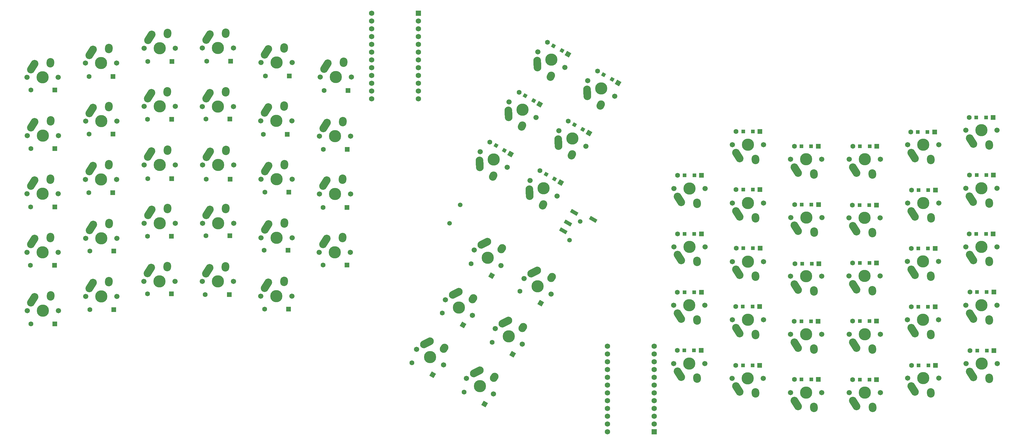
<source format=gts>
%TF.GenerationSoftware,KiCad,Pcbnew,7.0.1*%
%TF.CreationDate,2023-09-24T18:49:58+08:00*%
%TF.ProjectId,split70kb,73706c69-7437-4306-9b62-2e6b69636164,rev?*%
%TF.SameCoordinates,Original*%
%TF.FileFunction,Soldermask,Top*%
%TF.FilePolarity,Negative*%
%FSLAX46Y46*%
G04 Gerber Fmt 4.6, Leading zero omitted, Abs format (unit mm)*
G04 Created by KiCad (PCBNEW 7.0.1) date 2023-09-24 18:49:58*
%MOMM*%
%LPD*%
G01*
G04 APERTURE LIST*
G04 Aperture macros list*
%AMHorizOval*
0 Thick line with rounded ends*
0 $1 width*
0 $2 $3 position (X,Y) of the first rounded end (center of the circle)*
0 $4 $5 position (X,Y) of the second rounded end (center of the circle)*
0 Add line between two ends*
20,1,$1,$2,$3,$4,$5,0*
0 Add two circle primitives to create the rounded ends*
1,1,$1,$2,$3*
1,1,$1,$4,$5*%
%AMRotRect*
0 Rectangle, with rotation*
0 The origin of the aperture is its center*
0 $1 length*
0 $2 width*
0 $3 Rotation angle, in degrees counterclockwise*
0 Add horizontal line*
21,1,$1,$2,0,0,$3*%
G04 Aperture macros list end*
%ADD10R,1.600000X1.600000*%
%ADD11R,1.200000X1.200000*%
%ADD12C,1.600000*%
%ADD13C,1.701800*%
%ADD14C,3.987800*%
%ADD15HorizOval,2.500000X-0.604462X-0.948815X0.604462X0.948815X0*%
%ADD16HorizOval,2.500000X-0.019724X-0.289328X0.019724X0.289328X0*%
%ADD17RotRect,1.600000X1.600000X150.000000*%
%ADD18RotRect,1.200000X1.200000X150.000000*%
%ADD19HorizOval,2.500000X-0.997887X-0.519467X0.997887X0.519467X0*%
%ADD20HorizOval,2.500000X-0.161746X-0.240704X0.161746X0.240704X0*%
%ADD21C,1.500000*%
%ADD22RotRect,1.200000X2.500000X60.000000*%
%ADD23R,1.752600X1.752600*%
%ADD24C,1.752600*%
%ADD25HorizOval,2.500000X-0.604462X0.948815X0.604462X-0.948815X0*%
%ADD26HorizOval,2.500000X-0.019724X0.289328X0.019724X-0.289328X0*%
%ADD27HorizOval,2.500000X-0.049072X1.123929X0.049072X-1.123929X0*%
%ADD28HorizOval,2.500000X-0.127582X-0.260428X0.127582X0.260428X0*%
G04 APERTURE END LIST*
D10*
%TO.C,D50*%
X304945500Y-66588800D03*
D11*
X302620500Y-66588800D03*
X299470500Y-66588800D03*
D12*
X297145500Y-66588800D03*
%TD*%
D13*
%TO.C,K10*%
X47021600Y-115547400D03*
D14*
X52101600Y-115547400D03*
D13*
X57181600Y-115547400D03*
D15*
X48846600Y-112027400D03*
D16*
X54621600Y-110757400D03*
%TD*%
D13*
%TO.C,K12*%
X66070800Y-53551000D03*
D14*
X71150800Y-53551000D03*
D13*
X76230800Y-53551000D03*
D15*
X67895800Y-50031000D03*
D16*
X73670800Y-48761000D03*
%TD*%
D13*
%TO.C,K6*%
X46995100Y-39416100D03*
D14*
X52075100Y-39416100D03*
D13*
X57155100Y-39416100D03*
D15*
X48820100Y-35896100D03*
D16*
X54595100Y-34626100D03*
%TD*%
D13*
%TO.C,K22*%
X104148300Y-58268300D03*
D14*
X109228300Y-58268300D03*
D13*
X114308300Y-58268300D03*
D15*
X105973300Y-54748300D03*
D16*
X111748300Y-53478300D03*
%TD*%
D10*
%TO.C,D51*%
X285903400Y-142693500D03*
D11*
X283578400Y-142693500D03*
X280428400Y-142693500D03*
D12*
X278103400Y-142693500D03*
%TD*%
D17*
%TO.C,D66*%
X211115099Y-62235000D03*
D18*
X209101590Y-61072500D03*
X206373610Y-59497500D03*
D12*
X204360101Y-58335000D03*
%TD*%
D10*
%TO.C,D40*%
X342868400Y-57176400D03*
D11*
X340543400Y-57176400D03*
X337393400Y-57176400D03*
D12*
X335068400Y-57176400D03*
%TD*%
D10*
%TO.C,D56*%
X266788200Y-138079400D03*
D11*
X264463200Y-138079400D03*
X261313200Y-138079400D03*
D12*
X258988200Y-138079400D03*
%TD*%
D13*
%TO.C,K1*%
X27923900Y-44068900D03*
D14*
X33003900Y-44068900D03*
D13*
X38083900Y-44068900D03*
D15*
X29748900Y-40548900D03*
D16*
X35523900Y-39278900D03*
%TD*%
D10*
%TO.C,D53*%
X286094000Y-104891600D03*
D11*
X283769000Y-104891600D03*
X280619000Y-104891600D03*
D12*
X278294000Y-104891600D03*
%TD*%
D13*
%TO.C,K9*%
X47068300Y-96593200D03*
D14*
X52148300Y-96593200D03*
D13*
X57228300Y-96593200D03*
D15*
X48893300Y-93073200D03*
D16*
X54668300Y-91803200D03*
%TD*%
D13*
%TO.C,K32*%
X173670491Y-100398900D03*
D14*
X178069900Y-102938900D03*
D13*
X182469309Y-105478900D03*
D19*
X177010987Y-98262991D03*
D20*
X182647284Y-100050638D03*
%TD*%
D10*
%TO.C,D60*%
X266880100Y-61741700D03*
D11*
X264555100Y-61741700D03*
X261405100Y-61741700D03*
D12*
X259080100Y-61741700D03*
%TD*%
D13*
%TO.C,K14*%
X66112600Y-91695100D03*
D14*
X71192600Y-91695100D03*
D13*
X76272600Y-91695100D03*
D15*
X67937600Y-88175100D03*
D16*
X73712600Y-86905100D03*
%TD*%
D13*
%TO.C,K34*%
X180555491Y-126087900D03*
D14*
X184954900Y-128627900D03*
D13*
X189354309Y-131167900D03*
D19*
X183895987Y-123951991D03*
D20*
X189532284Y-125739638D03*
%TD*%
D10*
%TO.C,D48*%
X304872000Y-142748000D03*
D11*
X302547000Y-142748000D03*
X299397000Y-142748000D03*
D12*
X297072000Y-142748000D03*
%TD*%
D17*
%TO.C,D69*%
X195072999Y-52833900D03*
D18*
X193059490Y-51671400D03*
X190331510Y-50096400D03*
D12*
X188318001Y-48933900D03*
%TD*%
D10*
%TO.C,D55*%
X285874500Y-66594300D03*
D11*
X283549500Y-66594300D03*
X280399500Y-66594300D03*
D12*
X278074500Y-66594300D03*
%TD*%
D10*
%TO.C,D45*%
X323811700Y-61908000D03*
D11*
X321486700Y-61908000D03*
X318336700Y-61908000D03*
D12*
X316011700Y-61908000D03*
%TD*%
D13*
%TO.C,K8*%
X46984600Y-77378000D03*
D14*
X52064600Y-77378000D03*
D13*
X57144600Y-77378000D03*
D15*
X48809600Y-73858000D03*
D16*
X54584600Y-72588000D03*
%TD*%
D10*
%TO.C,D42*%
X323972300Y-118957400D03*
D11*
X321647300Y-118957400D03*
X318497300Y-118957400D03*
D12*
X316172300Y-118957400D03*
%TD*%
D17*
%TO.C,D68*%
X185583699Y-69087500D03*
D18*
X183570190Y-67925000D03*
X180842210Y-66350000D03*
D12*
X178828701Y-65187500D03*
%TD*%
D13*
%TO.C,K18*%
X85151600Y-72680000D03*
D14*
X90231600Y-72680000D03*
D13*
X95311600Y-72680000D03*
D15*
X86976600Y-69160000D03*
D16*
X92751600Y-67890000D03*
%TD*%
D10*
%TO.C,D39*%
X342980500Y-75994000D03*
D11*
X340655500Y-75994000D03*
X337505500Y-75994000D03*
D12*
X335180500Y-75994000D03*
%TD*%
D17*
%TO.C,D70*%
X204304599Y-36500100D03*
D18*
X202291090Y-35337600D03*
X199563110Y-33762600D03*
D12*
X197549601Y-32600100D03*
%TD*%
D13*
%TO.C,K15*%
X66001600Y-110680000D03*
D14*
X71081600Y-110680000D03*
D13*
X76161600Y-110680000D03*
D15*
X67826600Y-107160000D03*
D16*
X73601600Y-105890000D03*
%TD*%
D10*
%TO.C,D37*%
X343109300Y-114179400D03*
D11*
X340784300Y-114179400D03*
X337634300Y-114179400D03*
D12*
X335309300Y-114179400D03*
%TD*%
D10*
%TO.C,D58*%
X266903400Y-99848300D03*
D11*
X264578400Y-99848300D03*
X261428400Y-99848300D03*
D12*
X259103400Y-99848300D03*
%TD*%
D10*
%TO.C,D52*%
X285840000Y-123698000D03*
D11*
X283515000Y-123698000D03*
X280365000Y-123698000D03*
D12*
X278040000Y-123698000D03*
%TD*%
D13*
%TO.C,K2*%
X27974900Y-63079900D03*
D14*
X33054900Y-63079900D03*
D13*
X38134900Y-63079900D03*
D15*
X29799900Y-59559900D03*
D16*
X35574900Y-58289900D03*
%TD*%
D13*
%TO.C,K23*%
X104201600Y-77330000D03*
D14*
X109281600Y-77330000D03*
D13*
X114361600Y-77330000D03*
D15*
X106026600Y-73810000D03*
D16*
X111801600Y-72540000D03*
%TD*%
D10*
%TO.C,D36*%
X343141300Y-133254900D03*
D11*
X340816300Y-133254900D03*
X337666300Y-133254900D03*
D12*
X335341300Y-133254900D03*
%TD*%
D10*
%TO.C,D41*%
X324082600Y-138123600D03*
D11*
X321757600Y-138123600D03*
X318607600Y-138123600D03*
D12*
X316282600Y-138123600D03*
%TD*%
D10*
%TO.C,D49*%
X304817600Y-85755200D03*
D11*
X302492600Y-85755200D03*
X299342600Y-85755200D03*
D12*
X297017600Y-85755200D03*
%TD*%
D13*
%TO.C,K17*%
X85101600Y-53580000D03*
D14*
X90181600Y-53580000D03*
D13*
X95261600Y-53580000D03*
D15*
X86926600Y-50060000D03*
D16*
X92701600Y-48790000D03*
%TD*%
D13*
%TO.C,K5*%
X27973800Y-120218900D03*
D14*
X33053800Y-120218900D03*
D13*
X38133800Y-120218900D03*
D15*
X29798800Y-116698900D03*
D16*
X35573800Y-115428900D03*
%TD*%
D10*
%TO.C,D59*%
X266879400Y-80720000D03*
D11*
X264554400Y-80720000D03*
X261404400Y-80720000D03*
D12*
X259079400Y-80720000D03*
%TD*%
D13*
%TO.C,K4*%
X27907000Y-101194500D03*
D14*
X32987000Y-101194500D03*
D13*
X38067000Y-101194500D03*
D15*
X29732000Y-97674500D03*
D16*
X35507000Y-96404500D03*
%TD*%
D10*
%TO.C,D61*%
X247692600Y-133197100D03*
D11*
X245367600Y-133197100D03*
X242217600Y-133197100D03*
D12*
X239892600Y-133197100D03*
%TD*%
D13*
%TO.C,K13*%
X66090400Y-72659900D03*
D14*
X71170400Y-72659900D03*
D13*
X76250400Y-72659900D03*
D15*
X67915400Y-69139900D03*
D16*
X73690400Y-67869900D03*
%TD*%
D13*
%TO.C,K30*%
X154924791Y-132897100D03*
D14*
X159324200Y-135437100D03*
D13*
X163723609Y-137977100D03*
D19*
X158265287Y-130761191D03*
D20*
X163901584Y-132548838D03*
%TD*%
D13*
%TO.C,K29*%
X123201600Y-101161700D03*
D14*
X128281600Y-101161700D03*
D13*
X133361600Y-101161700D03*
D15*
X125026600Y-97641700D03*
D16*
X130801600Y-96371700D03*
%TD*%
D10*
%TO.C,D47*%
X304892700Y-123653400D03*
D11*
X302567700Y-123653400D03*
X299417700Y-123653400D03*
D12*
X297092700Y-123653400D03*
%TD*%
D10*
%TO.C,D64*%
X247799600Y-76072600D03*
D11*
X245474600Y-76072600D03*
X242324600Y-76072600D03*
D12*
X239999600Y-76072600D03*
%TD*%
D17*
%TO.C,D67*%
X201923799Y-78434400D03*
D18*
X199910290Y-77271900D03*
X197182310Y-75696900D03*
D12*
X195168801Y-74534400D03*
%TD*%
D13*
%TO.C,K16*%
X85076600Y-34480000D03*
D14*
X90156600Y-34480000D03*
D13*
X95236600Y-34480000D03*
D15*
X86901600Y-30960000D03*
D16*
X92676600Y-29690000D03*
%TD*%
D17*
%TO.C,D65*%
X220641099Y-45921500D03*
D18*
X218627590Y-44759000D03*
X215899610Y-43184000D03*
D12*
X213886101Y-42021500D03*
%TD*%
D13*
%TO.C,K33*%
X189930091Y-109766400D03*
D14*
X194329500Y-112306400D03*
D13*
X198728909Y-114846400D03*
D19*
X193270587Y-107630491D03*
D20*
X198906884Y-109418138D03*
%TD*%
D10*
%TO.C,D57*%
X266764200Y-118902700D03*
D11*
X264439200Y-118902700D03*
X261289200Y-118902700D03*
D12*
X258964200Y-118902700D03*
%TD*%
D13*
%TO.C,K21*%
X104166200Y-39235400D03*
D14*
X109246200Y-39235400D03*
D13*
X114326200Y-39235400D03*
D15*
X105991200Y-35715400D03*
D16*
X111766200Y-34445400D03*
%TD*%
D21*
%TO.C,J1*%
X204779500Y-97217471D03*
X208279500Y-91155293D03*
D22*
X204264917Y-91608754D03*
X202764917Y-94206831D03*
X212444083Y-90442025D03*
X206264917Y-88144653D03*
%TD*%
D10*
%TO.C,D63*%
X247769800Y-95157200D03*
D11*
X245444800Y-95157200D03*
X242294800Y-95157200D03*
D12*
X239969800Y-95157200D03*
%TD*%
D13*
%TO.C,K31*%
X164346891Y-116669300D03*
D14*
X168746300Y-119209300D03*
D13*
X173145709Y-121749300D03*
D19*
X167687387Y-114533391D03*
D20*
X173323684Y-116321038D03*
%TD*%
D10*
%TO.C,D54*%
X285969700Y-85612900D03*
D11*
X283644700Y-85612900D03*
X280494700Y-85612900D03*
D12*
X278169700Y-85612900D03*
%TD*%
D13*
%TO.C,K25*%
X104143300Y-115502500D03*
D14*
X109223300Y-115502500D03*
D13*
X114303300Y-115502500D03*
D15*
X105968300Y-111982500D03*
D16*
X111743300Y-110712500D03*
%TD*%
D23*
%TO.C,U1*%
X232410000Y-159766000D03*
D24*
X232410000Y-157226000D03*
X232410000Y-154686000D03*
X232410000Y-152146000D03*
X232410000Y-149606000D03*
X232410000Y-147066000D03*
X232410000Y-144526000D03*
X232410000Y-141986000D03*
X232410000Y-139446000D03*
X232410000Y-136906000D03*
X232410000Y-134366000D03*
X232410000Y-131826000D03*
X217170000Y-159766000D03*
X217170000Y-157226000D03*
X217170000Y-154686000D03*
X217170000Y-152146000D03*
X217170000Y-149606000D03*
X217170000Y-147066000D03*
X217170000Y-144526000D03*
X217170000Y-141986000D03*
X217170000Y-139446000D03*
X217170000Y-136906000D03*
X217170000Y-134366000D03*
X217170000Y-131826000D03*
%TD*%
D10*
%TO.C,D43*%
X323979400Y-99909800D03*
D11*
X321654400Y-99909800D03*
X318504400Y-99909800D03*
D12*
X316179400Y-99909800D03*
%TD*%
D13*
%TO.C,K3*%
X27951600Y-82080000D03*
D14*
X33031600Y-82080000D03*
D13*
X38111600Y-82080000D03*
D15*
X29776600Y-78560000D03*
D16*
X35551600Y-77290000D03*
%TD*%
D13*
%TO.C,K26*%
X123501600Y-43949000D03*
D14*
X128581600Y-43949000D03*
D13*
X133661600Y-43949000D03*
D15*
X125326600Y-40429000D03*
D16*
X131101600Y-39159000D03*
%TD*%
D13*
%TO.C,K24*%
X104194600Y-96413000D03*
D14*
X109274600Y-96413000D03*
D13*
X114354600Y-96413000D03*
D15*
X106019600Y-92893000D03*
D16*
X111794600Y-91623000D03*
%TD*%
D13*
%TO.C,K19*%
X85108600Y-91681800D03*
D14*
X90188600Y-91681800D03*
D13*
X95268600Y-91681800D03*
D15*
X86933600Y-88161800D03*
D16*
X92708600Y-86891800D03*
%TD*%
D10*
%TO.C,D38*%
X342884200Y-95198000D03*
D11*
X340559200Y-95198000D03*
X337409200Y-95198000D03*
D12*
X335084200Y-95198000D03*
%TD*%
D10*
%TO.C,D44*%
X324057000Y-80866100D03*
D11*
X321732000Y-80866100D03*
X318582000Y-80866100D03*
D12*
X316257000Y-80866100D03*
%TD*%
D13*
%TO.C,K27*%
X123266800Y-63275100D03*
D14*
X128346800Y-63275100D03*
D13*
X133426800Y-63275100D03*
D15*
X125091800Y-59755100D03*
D16*
X130866800Y-58485100D03*
%TD*%
D10*
%TO.C,D46*%
X304885400Y-104657300D03*
D11*
X302560400Y-104657300D03*
X299410400Y-104657300D03*
D12*
X297085400Y-104657300D03*
%TD*%
D13*
%TO.C,K35*%
X171207591Y-142347900D03*
D14*
X175607000Y-144887900D03*
D13*
X180006409Y-147427900D03*
D19*
X174548087Y-140211991D03*
D20*
X180184384Y-141999638D03*
%TD*%
D13*
%TO.C,K20*%
X85030800Y-110693500D03*
D14*
X90110800Y-110693500D03*
D13*
X95190800Y-110693500D03*
D15*
X86855800Y-107173500D03*
D16*
X92630800Y-105903500D03*
%TD*%
D10*
%TO.C,D62*%
X247754900Y-114228200D03*
D11*
X245429900Y-114228200D03*
X242279900Y-114228200D03*
D12*
X239954900Y-114228200D03*
%TD*%
D13*
%TO.C,K7*%
X47006600Y-58385800D03*
D14*
X52086600Y-58385800D03*
D13*
X57166600Y-58385800D03*
D15*
X48831600Y-54865800D03*
D16*
X54606600Y-53595800D03*
%TD*%
D13*
%TO.C,K11*%
X66104400Y-34561700D03*
D14*
X71184400Y-34561700D03*
D13*
X76264400Y-34561700D03*
D15*
X67929400Y-31041700D03*
D16*
X73704400Y-29771700D03*
%TD*%
D13*
%TO.C,K28*%
X123215000Y-82130000D03*
D14*
X128295000Y-82130000D03*
D13*
X133375000Y-82130000D03*
D15*
X125040000Y-78610000D03*
D16*
X130815000Y-77340000D03*
%TD*%
D13*
%TO.C,K52*%
X276861800Y-127967000D03*
D14*
X281941800Y-127967000D03*
D13*
X287021800Y-127967000D03*
D25*
X278686800Y-131487000D03*
D26*
X284461800Y-132757000D03*
%TD*%
D13*
%TO.C,K64*%
X238776800Y-80399200D03*
D14*
X243856800Y-80399200D03*
D13*
X248936800Y-80399200D03*
D25*
X240601800Y-83919200D03*
D26*
X246376800Y-85189200D03*
%TD*%
D13*
%TO.C,K60*%
X257834800Y-66073600D03*
D14*
X262914800Y-66073600D03*
D13*
X267994800Y-66073600D03*
D25*
X259659800Y-69593600D03*
D26*
X265434800Y-70863600D03*
%TD*%
D13*
%TO.C,K42*%
X314972400Y-123238000D03*
D14*
X320052400Y-123238000D03*
D13*
X325132400Y-123238000D03*
D25*
X316797400Y-126758000D03*
D26*
X322572400Y-128028000D03*
%TD*%
D13*
%TO.C,K70*%
X194460791Y-35770400D03*
D14*
X198860200Y-38310400D03*
D13*
X203259609Y-40850400D03*
D27*
X194281287Y-39731309D03*
D28*
X198647584Y-43718662D03*
%TD*%
D13*
%TO.C,K46*%
X295947400Y-147021200D03*
D14*
X301027400Y-147021200D03*
D13*
X306107400Y-147021200D03*
D25*
X297772400Y-150541200D03*
D26*
X303547400Y-151811200D03*
%TD*%
D13*
%TO.C,K59*%
X257837400Y-85117500D03*
D14*
X262917400Y-85117500D03*
D13*
X267997400Y-85117500D03*
D25*
X259662400Y-88637500D03*
D26*
X265437400Y-89907500D03*
%TD*%
D10*
%TO.C,D10*%
X56175600Y-119865400D03*
D12*
X48375600Y-119865400D03*
%TD*%
D10*
%TO.C,D17*%
X94069500Y-57691300D03*
D12*
X86269500Y-57691300D03*
%TD*%
D10*
%TO.C,D19*%
X94061800Y-95785600D03*
D12*
X86261800Y-95785600D03*
%TD*%
D13*
%TO.C,K65*%
X210738591Y-45168400D03*
D14*
X215138000Y-47708400D03*
D13*
X219537409Y-50248400D03*
D27*
X210559087Y-49129309D03*
D28*
X214925384Y-53116662D03*
%TD*%
D13*
%TO.C,K47*%
X295940900Y-127950500D03*
D14*
X301020900Y-127950500D03*
D13*
X306100900Y-127950500D03*
D25*
X297765900Y-131470500D03*
D26*
X303540900Y-132740500D03*
%TD*%
D21*
%TO.C,J2*%
X169166100Y-85669529D03*
X165666100Y-91731707D03*
%TD*%
D10*
%TO.C,D4*%
X36853400Y-105394900D03*
D12*
X29053400Y-105394900D03*
%TD*%
D13*
%TO.C,K43*%
X314958400Y-104190200D03*
D14*
X320038400Y-104190200D03*
D13*
X325118400Y-104190200D03*
D25*
X316783400Y-107710200D03*
D26*
X322558400Y-108980200D03*
%TD*%
D10*
%TO.C,D29*%
X132220700Y-105304500D03*
D12*
X124420700Y-105304500D03*
%TD*%
D13*
%TO.C,K36*%
X334029900Y-137555600D03*
D14*
X339109900Y-137555600D03*
D13*
X344189900Y-137555600D03*
D25*
X335854900Y-141075600D03*
D26*
X341629900Y-142345600D03*
%TD*%
D13*
%TO.C,K69*%
X185062791Y-52048200D03*
D14*
X189462200Y-54588200D03*
D13*
X193861609Y-57128200D03*
D27*
X184883287Y-56009109D03*
D28*
X189249584Y-59996462D03*
%TD*%
D13*
%TO.C,K63*%
X238789000Y-99393400D03*
D14*
X243869000Y-99393400D03*
D13*
X248949000Y-99393400D03*
D25*
X240614000Y-102913400D03*
D26*
X246389000Y-104183400D03*
%TD*%
D10*
%TO.C,D28*%
X132213800Y-86586700D03*
D12*
X124413800Y-86586700D03*
%TD*%
D13*
%TO.C,K54*%
X276897000Y-89823500D03*
D14*
X281977000Y-89823500D03*
D13*
X287057000Y-89823500D03*
D25*
X278722000Y-93343500D03*
D26*
X284497000Y-94613500D03*
%TD*%
D10*
%TO.C,D2*%
X36960300Y-67299100D03*
D12*
X29160300Y-67299100D03*
%TD*%
D17*
%TO.C,D35*%
X177118799Y-150721000D03*
D12*
X170363801Y-146821000D03*
%TD*%
D23*
%TO.C,U2*%
X155497200Y-23166600D03*
D24*
X155497200Y-25706600D03*
X155497200Y-28246600D03*
X155497200Y-30786600D03*
X155497200Y-33326600D03*
X155497200Y-35866600D03*
X155497200Y-38406600D03*
X155497200Y-40946600D03*
X155497200Y-43486600D03*
X155497200Y-46026600D03*
X155497200Y-48566600D03*
X155497200Y-51106600D03*
X140257200Y-23166600D03*
X140257200Y-25706600D03*
X140257200Y-28246600D03*
X140257200Y-30786600D03*
X140257200Y-33326600D03*
X140257200Y-35866600D03*
X140257200Y-38406600D03*
X140257200Y-40946600D03*
X140257200Y-43486600D03*
X140257200Y-46026600D03*
X140257200Y-48566600D03*
X140257200Y-51106600D03*
%TD*%
D13*
%TO.C,K55*%
X276864300Y-70802300D03*
D14*
X281944300Y-70802300D03*
D13*
X287024300Y-70802300D03*
D25*
X278689300Y-74322300D03*
D26*
X284464300Y-75592300D03*
%TD*%
D13*
%TO.C,K56*%
X257822400Y-142321700D03*
D14*
X262902400Y-142321700D03*
D13*
X267982400Y-142321700D03*
D25*
X259647400Y-145841700D03*
D26*
X265422400Y-147111700D03*
%TD*%
D13*
%TO.C,K62*%
X238764800Y-118503100D03*
D14*
X243844800Y-118503100D03*
D13*
X248924800Y-118503100D03*
D25*
X240589800Y-122023100D03*
D26*
X246364800Y-123293100D03*
%TD*%
D13*
%TO.C,K45*%
X314988100Y-66072100D03*
D14*
X320068100Y-66072100D03*
D13*
X325148100Y-66072100D03*
D25*
X316813100Y-69592100D03*
D26*
X322588100Y-70862100D03*
%TD*%
D10*
%TO.C,D6*%
X55946100Y-43771700D03*
D12*
X48146100Y-43771700D03*
%TD*%
D13*
%TO.C,K67*%
X191942591Y-77724000D03*
D14*
X196342000Y-80264000D03*
D13*
X200741409Y-82804000D03*
D27*
X191763087Y-81684909D03*
D28*
X196129384Y-85672262D03*
%TD*%
D10*
%TO.C,D22*%
X112735900Y-62681300D03*
D12*
X104935900Y-62681300D03*
%TD*%
D13*
%TO.C,K41*%
X314993300Y-142282700D03*
D14*
X320073300Y-142282700D03*
D13*
X325153300Y-142282700D03*
D25*
X316818300Y-145802700D03*
D26*
X322593300Y-147072700D03*
%TD*%
D10*
%TO.C,D1*%
X37011300Y-48170500D03*
D12*
X29211300Y-48170500D03*
%TD*%
D13*
%TO.C,K40*%
X334005500Y-61334200D03*
D14*
X339085500Y-61334200D03*
D13*
X344165500Y-61334200D03*
D25*
X335830500Y-64854200D03*
D26*
X341605500Y-66124200D03*
%TD*%
D10*
%TO.C,D9*%
X56222300Y-100793600D03*
D12*
X48422300Y-100793600D03*
%TD*%
D10*
%TO.C,D13*%
X75054800Y-77111900D03*
D12*
X67254800Y-77111900D03*
%TD*%
D17*
%TO.C,D31*%
X170059099Y-124893000D03*
D12*
X163304101Y-120993000D03*
%TD*%
D13*
%TO.C,K49*%
X295888400Y-89954500D03*
D14*
X300968400Y-89954500D03*
D13*
X306048400Y-89954500D03*
D25*
X297713400Y-93474500D03*
D26*
X303488400Y-94744500D03*
%TD*%
D10*
%TO.C,D18*%
X94125100Y-77290700D03*
D12*
X86325100Y-77290700D03*
%TD*%
D13*
%TO.C,K48*%
X295880100Y-108934800D03*
D14*
X300960100Y-108934800D03*
D13*
X306040100Y-108934800D03*
D25*
X297705100Y-112454800D03*
D26*
X303480100Y-113724800D03*
%TD*%
D10*
%TO.C,D20*%
X93831600Y-114980000D03*
D12*
X86031600Y-114980000D03*
%TD*%
D13*
%TO.C,K50*%
X295941100Y-70828200D03*
D14*
X301021100Y-70828200D03*
D13*
X306101100Y-70828200D03*
D25*
X297766100Y-74348200D03*
D26*
X303541100Y-75618200D03*
%TD*%
D10*
%TO.C,D8*%
X55884600Y-81714800D03*
D12*
X48084600Y-81714800D03*
%TD*%
D10*
%TO.C,D21*%
X113419000Y-43591000D03*
D12*
X105619000Y-43591000D03*
%TD*%
D13*
%TO.C,K44*%
X315006500Y-85145300D03*
D14*
X320086500Y-85145300D03*
D13*
X325166500Y-85145300D03*
D25*
X316831500Y-88665300D03*
D26*
X322606500Y-89935300D03*
%TD*%
D10*
%TO.C,D5*%
X37010200Y-124536900D03*
D12*
X29210200Y-124536900D03*
%TD*%
D13*
%TO.C,K68*%
X175664791Y-68326000D03*
D14*
X180064200Y-70866000D03*
D13*
X184463609Y-73406000D03*
D27*
X175485287Y-72286909D03*
D28*
X179851584Y-76274262D03*
%TD*%
D13*
%TO.C,K58*%
X257840800Y-104206300D03*
D14*
X262920800Y-104206300D03*
D13*
X268000800Y-104206300D03*
D25*
X259665800Y-107726300D03*
D26*
X265440800Y-108996300D03*
%TD*%
D13*
%TO.C,K61*%
X238765200Y-137505800D03*
D14*
X243845200Y-137505800D03*
D13*
X248925200Y-137505800D03*
D25*
X240590200Y-141025800D03*
D26*
X246365200Y-142295800D03*
%TD*%
D10*
%TO.C,D11*%
X75122000Y-38917300D03*
D12*
X67322000Y-38917300D03*
%TD*%
D10*
%TO.C,D27*%
X132321600Y-67571000D03*
D12*
X124521600Y-67571000D03*
%TD*%
D10*
%TO.C,D14*%
X75016000Y-95920000D03*
D12*
X67216000Y-95920000D03*
%TD*%
D13*
%TO.C,K38*%
X333988500Y-99380900D03*
D14*
X339068500Y-99380900D03*
D13*
X344148500Y-99380900D03*
D25*
X335813500Y-102900900D03*
D26*
X341588500Y-104170900D03*
%TD*%
D17*
%TO.C,D33*%
X195343099Y-117755500D03*
D12*
X188588101Y-113855500D03*
%TD*%
D10*
%TO.C,D26*%
X132583800Y-48324900D03*
D12*
X124783800Y-48324900D03*
%TD*%
D13*
%TO.C,K39*%
X333971100Y-80293100D03*
D14*
X339051100Y-80293100D03*
D13*
X344131100Y-80293100D03*
D25*
X335796100Y-83813100D03*
D26*
X341571100Y-85083100D03*
%TD*%
D13*
%TO.C,K66*%
X201340591Y-61446200D03*
D14*
X205740000Y-63986200D03*
D13*
X210139409Y-66526200D03*
D27*
X201161087Y-65407109D03*
D28*
X205527384Y-69394462D03*
%TD*%
D10*
%TO.C,D16*%
X94304100Y-38795200D03*
D12*
X86504100Y-38795200D03*
%TD*%
D10*
%TO.C,D24*%
X113036300Y-100520500D03*
D12*
X105236300Y-100520500D03*
%TD*%
D13*
%TO.C,K53*%
X276869200Y-109008200D03*
D14*
X281949200Y-109008200D03*
D13*
X287029200Y-109008200D03*
D25*
X278694200Y-112528200D03*
D26*
X284469200Y-113798200D03*
%TD*%
D17*
%TO.C,D30*%
X160153099Y-141149000D03*
D12*
X153398101Y-137249000D03*
%TD*%
D10*
%TO.C,D15*%
X75019200Y-114744000D03*
D12*
X67219200Y-114744000D03*
%TD*%
D10*
%TO.C,D25*%
X113206200Y-119705800D03*
D12*
X105406200Y-119705800D03*
%TD*%
D13*
%TO.C,K37*%
X333979200Y-118473400D03*
D14*
X339059200Y-118473400D03*
D13*
X344139200Y-118473400D03*
D25*
X335804200Y-121993400D03*
D26*
X341579200Y-123263400D03*
%TD*%
D17*
%TO.C,D32*%
X179404799Y-108811000D03*
D12*
X172649801Y-104911000D03*
%TD*%
D17*
%TO.C,D34*%
X186262799Y-134465000D03*
D12*
X179507801Y-130565000D03*
%TD*%
D10*
%TO.C,D23*%
X113271600Y-81541000D03*
D12*
X105471600Y-81541000D03*
%TD*%
D10*
%TO.C,D7*%
X55906600Y-62605000D03*
D12*
X48106600Y-62605000D03*
%TD*%
D13*
%TO.C,K51*%
X276870100Y-147024900D03*
D14*
X281950100Y-147024900D03*
D13*
X287030100Y-147024900D03*
D25*
X278695100Y-150544900D03*
D26*
X284470100Y-151814900D03*
%TD*%
D13*
%TO.C,K57*%
X257823900Y-123228300D03*
D14*
X262903900Y-123228300D03*
D13*
X267983900Y-123228300D03*
D25*
X259648900Y-126748300D03*
D26*
X265423900Y-128018300D03*
%TD*%
D10*
%TO.C,D12*%
X75037400Y-57770200D03*
D12*
X67237400Y-57770200D03*
%TD*%
D10*
%TO.C,D3*%
X36937000Y-86416800D03*
D12*
X29137000Y-86416800D03*
%TD*%
M02*

</source>
